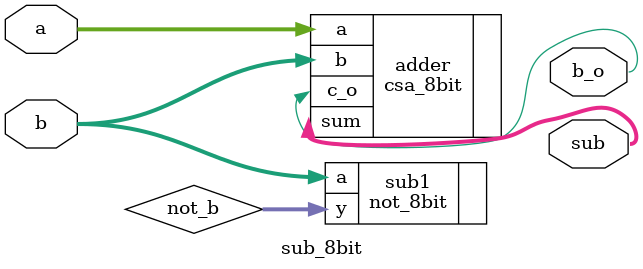
<source format=v>
module sub_8bit (
    input [7:0] a, b,
    output wire b_o,
    output wire [7:0] sub
);

wire [7:0] not_b;

not_8bit sub1 (
    .a (b),
    .y (not_b)
);

csa_8bit adder (
    .a (a),
    .b (b),
    .sum (sub),
    .c_o (b_o)
);

endmodule 
</source>
